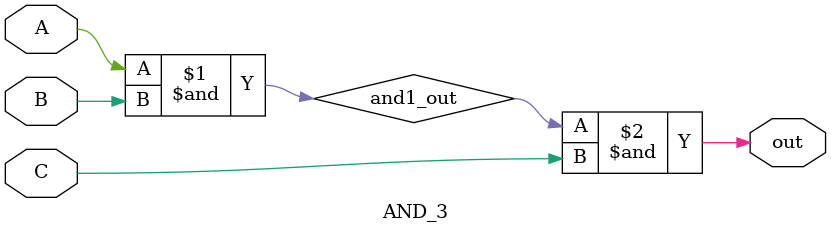
<source format=v>
/* This file is AND_3
Xuhui Gong	21-09-11
*/
module AND_3(out, A, B, C);
	
	input A, B, C;
	output out;
	wire and1_out;
	
	and and1(and1_out, A, B);
	and and2(out, and1_out, C);	

endmodule
</source>
